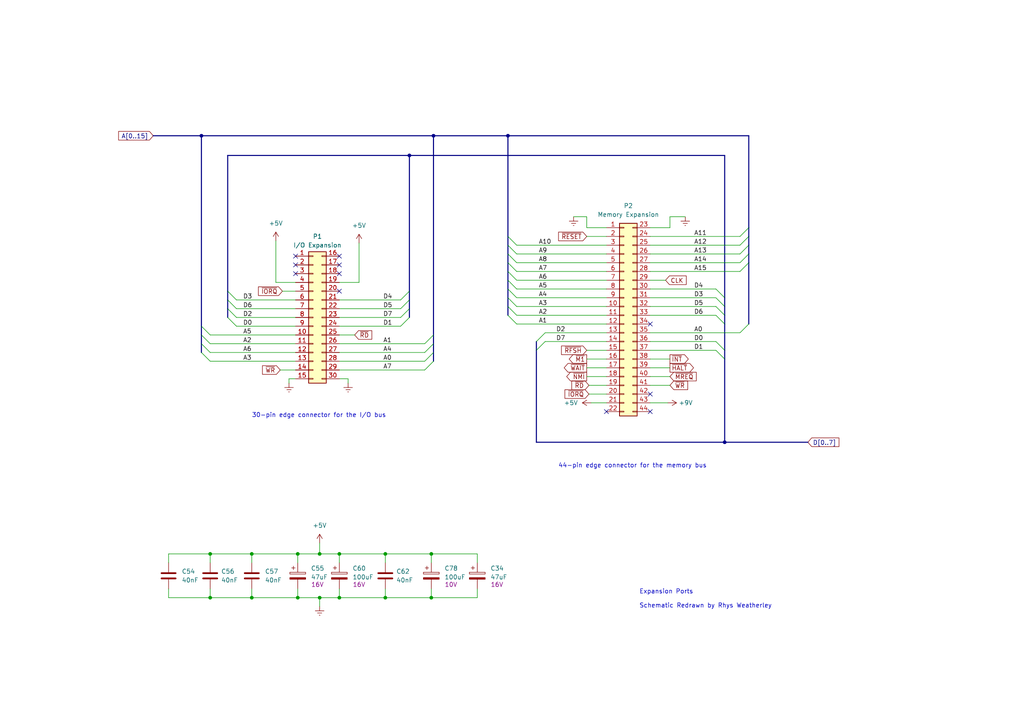
<source format=kicad_sch>
(kicad_sch (version 20230121) (generator eeschema)
  (paper "A4")
  (title_block (title "VZ300 Computer") (date "1985") (rev "1"))
  (lib_symbols
    (symbol "Connector_Generic:Conn_02x15_Top_Bottom" (pin_names (offset 1.016) hide)
      (property "Reference" "J" (at 1.27 20.32 0))
      (property "Value" "Conn_02x15_Top_Bottom" (at 1.27 -20.32 0))
      (symbol "Conn_02x15_Top_Bottom_1_1"
        (rectangle (start -1.27 -17.653) (end 0 -17.907) (stroke (width 0.1524)))
        (rectangle (start -1.27 -15.113) (end 0 -15.367) (stroke (width 0.1524)))
        (rectangle (start -1.27 -12.573) (end 0 -12.827) (stroke (width 0.1524)))
        (rectangle (start -1.27 -10.033) (end 0 -10.287) (stroke (width 0.1524)))
        (rectangle (start -1.27 -7.493) (end 0 -7.747) (stroke (width 0.1524)))
        (rectangle (start -1.27 -4.953) (end 0 -5.207) (stroke (width 0.1524)))
        (rectangle (start -1.27 -2.413) (end 0 -2.667) (stroke (width 0.1524)))
        (rectangle (start -1.27 0.127) (end 0 -0.127) (stroke (width 0.1524)))
        (rectangle (start -1.27 2.667) (end 0 2.413) (stroke (width 0.1524)))
        (rectangle (start -1.27 5.207) (end 0 4.953) (stroke (width 0.1524)))
        (rectangle (start -1.27 7.747) (end 0 7.493) (stroke (width 0.1524)))
        (rectangle (start -1.27 10.287) (end 0 10.033) (stroke (width 0.1524)))
        (rectangle (start -1.27 12.827) (end 0 12.573) (stroke (width 0.1524)))
        (rectangle (start -1.27 15.367) (end 0 15.113) (stroke (width 0.1524)))
        (rectangle (start -1.27 17.907) (end 0 17.653) (stroke (width 0.1524)))
        (rectangle (start -1.27 19.05) (end 3.81 -19.05) (stroke (width 0.254)) (fill (type background)))
        (rectangle (start 3.81 -17.653) (end 2.54 -17.907) (stroke (width 0.1524)))
        (rectangle (start 3.81 -15.113) (end 2.54 -15.367) (stroke (width 0.1524)))
        (rectangle (start 3.81 -12.573) (end 2.54 -12.827) (stroke (width 0.1524)))
        (rectangle (start 3.81 -10.033) (end 2.54 -10.287) (stroke (width 0.1524)))
        (rectangle (start 3.81 -7.493) (end 2.54 -7.747) (stroke (width 0.1524)))
        (rectangle (start 3.81 -4.953) (end 2.54 -5.207) (stroke (width 0.1524)))
        (rectangle (start 3.81 -2.413) (end 2.54 -2.667) (stroke (width 0.1524)))
        (rectangle (start 3.81 0.127) (end 2.54 -0.127) (stroke (width 0.1524)))
        (rectangle (start 3.81 2.667) (end 2.54 2.413) (stroke (width 0.1524)))
        (rectangle (start 3.81 5.207) (end 2.54 4.953) (stroke (width 0.1524)))
        (rectangle (start 3.81 7.747) (end 2.54 7.493) (stroke (width 0.1524)))
        (rectangle (start 3.81 10.287) (end 2.54 10.033) (stroke (width 0.1524)))
        (rectangle (start 3.81 12.827) (end 2.54 12.573) (stroke (width 0.1524)))
        (rectangle (start 3.81 15.367) (end 2.54 15.113) (stroke (width 0.1524)))
        (rectangle (start 3.81 17.907) (end 2.54 17.653) (stroke (width 0.1524)))
        (pin passive line (at -5.08 17.78 0) (length 3.81) (name "Pin_1") (number "1"))
        (pin passive line (at -5.08 -5.08 0) (length 3.81) (name "Pin_10") (number "10"))
        (pin passive line (at -5.08 -7.62 0) (length 3.81) (name "Pin_11") (number "11"))
        (pin passive line (at -5.08 -10.16 0) (length 3.81) (name "Pin_12") (number "12"))
        (pin passive line (at -5.08 -12.7 0) (length 3.81) (name "Pin_13") (number "13"))
        (pin passive line (at -5.08 -15.24 0) (length 3.81) (name "Pin_14") (number "14"))
        (pin passive line (at -5.08 -17.78 0) (length 3.81) (name "Pin_15") (number "15"))
        (pin passive line (at 7.62 17.78 180) (length 3.81) (name "Pin_16") (number "16"))
        (pin passive line (at 7.62 15.24 180) (length 3.81) (name "Pin_17") (number "17"))
        (pin passive line (at 7.62 12.7 180) (length 3.81) (name "Pin_18") (number "18"))
        (pin passive line (at 7.62 10.16 180) (length 3.81) (name "Pin_19") (number "19"))
        (pin passive line (at -5.08 15.24 0) (length 3.81) (name "Pin_2") (number "2"))
        (pin passive line (at 7.62 7.62 180) (length 3.81) (name "Pin_20") (number "20"))
        (pin passive line (at 7.62 5.08 180) (length 3.81) (name "Pin_21") (number "21"))
        (pin passive line (at 7.62 2.54 180) (length 3.81) (name "Pin_22") (number "22"))
        (pin passive line (at 7.62 0 180) (length 3.81) (name "Pin_23") (number "23"))
        (pin passive line (at 7.62 -2.54 180) (length 3.81) (name "Pin_24") (number "24"))
        (pin passive line (at 7.62 -5.08 180) (length 3.81) (name "Pin_25") (number "25"))
        (pin passive line (at 7.62 -7.62 180) (length 3.81) (name "Pin_26") (number "26"))
        (pin passive line (at 7.62 -10.16 180) (length 3.81) (name "Pin_27") (number "27"))
        (pin passive line (at 7.62 -12.7 180) (length 3.81) (name "Pin_28") (number "28"))
        (pin passive line (at 7.62 -15.24 180) (length 3.81) (name "Pin_29") (number "29"))
        (pin passive line (at -5.08 12.7 0) (length 3.81) (name "Pin_3") (number "3"))
        (pin passive line (at 7.62 -17.78 180) (length 3.81) (name "Pin_30") (number "30"))
        (pin passive line (at -5.08 10.16 0) (length 3.81) (name "Pin_4") (number "4"))
        (pin passive line (at -5.08 7.62 0) (length 3.81) (name "Pin_5") (number "5"))
        (pin passive line (at -5.08 5.08 0) (length 3.81) (name "Pin_6") (number "6"))
        (pin passive line (at -5.08 2.54 0) (length 3.81) (name "Pin_7") (number "7"))
        (pin passive line (at -5.08 0 0) (length 3.81) (name "Pin_8") (number "8"))
        (pin passive line (at -5.08 -2.54 0) (length 3.81) (name "Pin_9") (number "9"))
      )
    )
    (symbol "Connector_Generic:Conn_02x22_Top_Bottom" (pin_names (offset 1.016) hide)
      (property "Reference" "J" (at 1.27 27.94 0))
      (property "Value" "Conn_02x22_Top_Bottom" (at 1.27 -30.48 0))
      (symbol "Conn_02x22_Top_Bottom_1_1"
        (rectangle (start -1.27 -27.813) (end 0 -28.067) (stroke (width 0.1524)))
        (rectangle (start -1.27 -25.273) (end 0 -25.527) (stroke (width 0.1524)))
        (rectangle (start -1.27 -22.733) (end 0 -22.987) (stroke (width 0.1524)))
        (rectangle (start -1.27 -20.193) (end 0 -20.447) (stroke (width 0.1524)))
        (rectangle (start -1.27 -17.653) (end 0 -17.907) (stroke (width 0.1524)))
        (rectangle (start -1.27 -15.113) (end 0 -15.367) (stroke (width 0.1524)))
        (rectangle (start -1.27 -12.573) (end 0 -12.827) (stroke (width 0.1524)))
        (rectangle (start -1.27 -10.033) (end 0 -10.287) (stroke (width 0.1524)))
        (rectangle (start -1.27 -7.493) (end 0 -7.747) (stroke (width 0.1524)))
        (rectangle (start -1.27 -4.953) (end 0 -5.207) (stroke (width 0.1524)))
        (rectangle (start -1.27 -2.413) (end 0 -2.667) (stroke (width 0.1524)))
        (rectangle (start -1.27 0.127) (end 0 -0.127) (stroke (width 0.1524)))
        (rectangle (start -1.27 2.667) (end 0 2.413) (stroke (width 0.1524)))
        (rectangle (start -1.27 5.207) (end 0 4.953) (stroke (width 0.1524)))
        (rectangle (start -1.27 7.747) (end 0 7.493) (stroke (width 0.1524)))
        (rectangle (start -1.27 10.287) (end 0 10.033) (stroke (width 0.1524)))
        (rectangle (start -1.27 12.827) (end 0 12.573) (stroke (width 0.1524)))
        (rectangle (start -1.27 15.367) (end 0 15.113) (stroke (width 0.1524)))
        (rectangle (start -1.27 17.907) (end 0 17.653) (stroke (width 0.1524)))
        (rectangle (start -1.27 20.447) (end 0 20.193) (stroke (width 0.1524)))
        (rectangle (start -1.27 22.987) (end 0 22.733) (stroke (width 0.1524)))
        (rectangle (start -1.27 25.527) (end 0 25.273) (stroke (width 0.1524)))
        (rectangle (start -1.27 26.67) (end 3.81 -29.21) (stroke (width 0.254)) (fill (type background)))
        (rectangle (start 3.81 -27.813) (end 2.54 -28.067) (stroke (width 0.1524)))
        (rectangle (start 3.81 -25.273) (end 2.54 -25.527) (stroke (width 0.1524)))
        (rectangle (start 3.81 -22.733) (end 2.54 -22.987) (stroke (width 0.1524)))
        (rectangle (start 3.81 -20.193) (end 2.54 -20.447) (stroke (width 0.1524)))
        (rectangle (start 3.81 -17.653) (end 2.54 -17.907) (stroke (width 0.1524)))
        (rectangle (start 3.81 -15.113) (end 2.54 -15.367) (stroke (width 0.1524)))
        (rectangle (start 3.81 -12.573) (end 2.54 -12.827) (stroke (width 0.1524)))
        (rectangle (start 3.81 -10.033) (end 2.54 -10.287) (stroke (width 0.1524)))
        (rectangle (start 3.81 -7.493) (end 2.54 -7.747) (stroke (width 0.1524)))
        (rectangle (start 3.81 -4.953) (end 2.54 -5.207) (stroke (width 0.1524)))
        (rectangle (start 3.81 -2.413) (end 2.54 -2.667) (stroke (width 0.1524)))
        (rectangle (start 3.81 0.127) (end 2.54 -0.127) (stroke (width 0.1524)))
        (rectangle (start 3.81 2.667) (end 2.54 2.413) (stroke (width 0.1524)))
        (rectangle (start 3.81 5.207) (end 2.54 4.953) (stroke (width 0.1524)))
        (rectangle (start 3.81 7.747) (end 2.54 7.493) (stroke (width 0.1524)))
        (rectangle (start 3.81 10.287) (end 2.54 10.033) (stroke (width 0.1524)))
        (rectangle (start 3.81 12.827) (end 2.54 12.573) (stroke (width 0.1524)))
        (rectangle (start 3.81 15.367) (end 2.54 15.113) (stroke (width 0.1524)))
        (rectangle (start 3.81 17.907) (end 2.54 17.653) (stroke (width 0.1524)))
        (rectangle (start 3.81 20.447) (end 2.54 20.193) (stroke (width 0.1524)))
        (rectangle (start 3.81 22.987) (end 2.54 22.733) (stroke (width 0.1524)))
        (rectangle (start 3.81 25.527) (end 2.54 25.273) (stroke (width 0.1524)))
        (pin passive line (at -5.08 25.4 0) (length 3.81) (name "Pin_1") (number "1"))
        (pin passive line (at -5.08 2.54 0) (length 3.81) (name "Pin_10") (number "10"))
        (pin passive line (at -5.08 0 0) (length 3.81) (name "Pin_11") (number "11"))
        (pin passive line (at -5.08 -2.54 0) (length 3.81) (name "Pin_12") (number "12"))
        (pin passive line (at -5.08 -5.08 0) (length 3.81) (name "Pin_13") (number "13"))
        (pin passive line (at -5.08 -7.62 0) (length 3.81) (name "Pin_14") (number "14"))
        (pin passive line (at -5.08 -10.16 0) (length 3.81) (name "Pin_15") (number "15"))
        (pin passive line (at -5.08 -12.7 0) (length 3.81) (name "Pin_16") (number "16"))
        (pin passive line (at -5.08 -15.24 0) (length 3.81) (name "Pin_17") (number "17"))
        (pin passive line (at -5.08 -17.78 0) (length 3.81) (name "Pin_18") (number "18"))
        (pin passive line (at -5.08 -20.32 0) (length 3.81) (name "Pin_19") (number "19"))
        (pin passive line (at -5.08 22.86 0) (length 3.81) (name "Pin_2") (number "2"))
        (pin passive line (at -5.08 -22.86 0) (length 3.81) (name "Pin_20") (number "20"))
        (pin passive line (at -5.08 -25.4 0) (length 3.81) (name "Pin_21") (number "21"))
        (pin passive line (at -5.08 -27.94 0) (length 3.81) (name "Pin_22") (number "22"))
        (pin passive line (at 7.62 25.4 180) (length 3.81) (name "Pin_23") (number "23"))
        (pin passive line (at 7.62 22.86 180) (length 3.81) (name "Pin_24") (number "24"))
        (pin passive line (at 7.62 20.32 180) (length 3.81) (name "Pin_25") (number "25"))
        (pin passive line (at 7.62 17.78 180) (length 3.81) (name "Pin_26") (number "26"))
        (pin passive line (at 7.62 15.24 180) (length 3.81) (name "Pin_27") (number "27"))
        (pin passive line (at 7.62 12.7 180) (length 3.81) (name "Pin_28") (number "28"))
        (pin passive line (at 7.62 10.16 180) (length 3.81) (name "Pin_29") (number "29"))
        (pin passive line (at -5.08 20.32 0) (length 3.81) (name "Pin_3") (number "3"))
        (pin passive line (at 7.62 7.62 180) (length 3.81) (name "Pin_30") (number "30"))
        (pin passive line (at 7.62 5.08 180) (length 3.81) (name "Pin_31") (number "31"))
        (pin passive line (at 7.62 2.54 180) (length 3.81) (name "Pin_32") (number "32"))
        (pin passive line (at 7.62 0 180) (length 3.81) (name "Pin_33") (number "33"))
        (pin passive line (at 7.62 -2.54 180) (length 3.81) (name "Pin_34") (number "34"))
        (pin passive line (at 7.62 -5.08 180) (length 3.81) (name "Pin_35") (number "35"))
        (pin passive line (at 7.62 -7.62 180) (length 3.81) (name "Pin_36") (number "36"))
        (pin passive line (at 7.62 -10.16 180) (length 3.81) (name "Pin_37") (number "37"))
        (pin passive line (at 7.62 -12.7 180) (length 3.81) (name "Pin_38") (number "38"))
        (pin passive line (at 7.62 -15.24 180) (length 3.81) (name "Pin_39") (number "39"))
        (pin passive line (at -5.08 17.78 0) (length 3.81) (name "Pin_4") (number "4"))
        (pin passive line (at 7.62 -17.78 180) (length 3.81) (name "Pin_40") (number "40"))
        (pin passive line (at 7.62 -20.32 180) (length 3.81) (name "Pin_41") (number "41"))
        (pin passive line (at 7.62 -22.86 180) (length 3.81) (name "Pin_42") (number "42"))
        (pin passive line (at 7.62 -25.4 180) (length 3.81) (name "Pin_43") (number "43"))
        (pin passive line (at 7.62 -27.94 180) (length 3.81) (name "Pin_44") (number "44"))
        (pin passive line (at -5.08 15.24 0) (length 3.81) (name "Pin_5") (number "5"))
        (pin passive line (at -5.08 12.7 0) (length 3.81) (name "Pin_6") (number "6"))
        (pin passive line (at -5.08 10.16 0) (length 3.81) (name "Pin_7") (number "7"))
        (pin passive line (at -5.08 7.62 0) (length 3.81) (name "Pin_8") (number "8"))
        (pin passive line (at -5.08 5.08 0) (length 3.81) (name "Pin_9") (number "9"))
      )
    )
    (symbol "Device:C" (pin_numbers hide) (pin_names (offset 0.254))
      (property "Reference" "C" (at 0.635 2.54 0))
      (property "Value" "C" (at 0.635 -2.54 0))
      (symbol "C_0_1"
        (polyline (pts (xy -2.032 -0.762) (xy 2.032 -0.762)) (stroke (width 0.508)))
        (polyline (pts (xy -2.032 0.762) (xy 2.032 0.762)) (stroke (width 0.508)))
      )
      (symbol "C_1_1"
        (pin passive line (at 0 3.81 270) (length 2.794) (name "~") (number "1"))
        (pin passive line (at 0 -3.81 90) (length 2.794) (name "~") (number "2"))
      )
    )
    (symbol "Device:C_Polarized" (pin_numbers hide) (pin_names (offset 0.254))
      (property "Reference" "C" (at 0.635 2.54 0))
      (property "Value" "C_Polarized" (at 0.635 -2.54 0))
      (symbol "C_Polarized_0_1"
        (rectangle (start -2.286 0.508) (end 2.286 1.016))
        (polyline (pts (xy -1.778 2.286) (xy -0.762 2.286)))
        (polyline (pts (xy -1.27 2.794) (xy -1.27 1.778)))
        (rectangle (start 2.286 -0.508) (end -2.286 -1.016) (fill (type outline)))
      )
      (symbol "C_Polarized_1_1"
        (pin passive line (at 0 3.81 270) (length 2.794) (name "~") (number "1"))
        (pin passive line (at 0 -3.81 90) (length 2.794) (name "~") (number "2"))
      )
    )
    (symbol "power:+5V" (power) (pin_names (offset 0))
      (property "Value" "+5V" (at 0 3.556 0))
      (symbol "+5V_0_1"
        (polyline (pts (xy -0.762 1.27) (xy 0 2.54)))
        (polyline (pts (xy 0 0) (xy 0 2.54)))
        (polyline (pts (xy 0 2.54) (xy 0.762 1.27)))
      )
      (symbol "+5V_1_1"
        (pin power_in line (at 0 0 90) (length 0) hide (name "+5V") (number "1"))
      )
    )
    (symbol "power:+9V" (power) (pin_names (offset 0))
      (property "Value" "+9V" (at 0 3.556 0))
      (symbol "+9V_0_1"
        (polyline (pts (xy -0.762 1.27) (xy 0 2.54)))
        (polyline (pts (xy 0 0) (xy 0 2.54)))
        (polyline (pts (xy 0 2.54) (xy 0.762 1.27)))
      )
      (symbol "+9V_1_1"
        (pin power_in line (at 0 0 90) (length 0) hide (name "+9V") (number "1"))
      )
    )
    (symbol "power:Earth" (power) (pin_names (offset 0))
      (symbol "Earth_0_1"
        (polyline (pts (xy -0.635 -1.905) (xy 0.635 -1.905)))
        (polyline (pts (xy -0.127 -2.54) (xy 0.127 -2.54)))
        (polyline (pts (xy 0 -1.27) (xy 0 0)))
        (polyline (pts (xy 1.27 -1.27) (xy -1.27 -1.27)))
      )
      (symbol "Earth_1_1"
        (pin power_in line (at 0 0 270) (length 0) hide (name "Earth") (number "1"))
      )
    )
  )
  (junction (at 125.095 160.655))
  (junction (at 58.42 39.37))
  (junction (at 111.76 173.355))
  (junction (at 98.425 160.655))
  (junction (at 125.73 39.37))
  (junction (at 111.76 160.655))
  (junction (at 73.025 160.655))
  (junction (at 210.185 128.27))
  (junction (at 86.36 173.355))
  (junction (at 125.095 173.355))
  (junction (at 60.96 160.655))
  (junction (at 92.71 173.355))
  (junction (at 73.025 173.355))
  (junction (at 98.425 173.355))
  (junction (at 86.36 160.655))
  (junction (at 92.71 160.655))
  (junction (at 147.32 39.37))
  (junction (at 118.745 45.085))
  (junction (at 60.96 173.355))
  (no_connect (at 85.725 74.295))
  (no_connect (at 85.725 76.835))
  (no_connect (at 188.595 93.98))
  (no_connect (at 85.725 79.375))
  (no_connect (at 98.425 76.835))
  (no_connect (at 188.595 114.3))
  (no_connect (at 175.895 119.38))
  (no_connect (at 98.425 84.455))
  (no_connect (at 98.425 74.295))
  (no_connect (at 188.595 119.38))
  (no_connect (at 98.425 79.375))
  (bus_entry (at 214.63 76.2) (size 2.54 -2.54))
  (bus_entry (at 58.42 99.695) (size 2.54 2.54))
  (bus_entry (at 149.86 81.28) (size -2.54 -2.54))
  (bus_entry (at 214.63 68.58) (size 2.54 -2.54))
  (bus_entry (at 116.205 94.615) (size 2.54 -2.54))
  (bus_entry (at 149.86 93.98) (size -2.54 -2.54))
  (bus_entry (at 149.86 91.44) (size -2.54 -2.54))
  (bus_entry (at 58.42 102.235) (size 2.54 2.54))
  (bus_entry (at 123.19 107.315) (size 2.54 -2.54))
  (bus_entry (at 207.645 101.6) (size 2.54 2.54))
  (bus_entry (at 155.575 99.06) (size 2.54 -2.54))
  (bus_entry (at 214.63 78.74) (size 2.54 -2.54))
  (bus_entry (at 155.575 101.6) (size 2.54 -2.54))
  (bus_entry (at 149.86 88.9) (size -2.54 -2.54))
  (bus_entry (at 149.86 86.36) (size -2.54 -2.54))
  (bus_entry (at 123.19 102.235) (size 2.54 -2.54))
  (bus_entry (at 214.63 73.66) (size 2.54 -2.54))
  (bus_entry (at 214.63 96.52) (size 2.54 -2.54))
  (bus_entry (at 66.04 86.995) (size 2.54 2.54))
  (bus_entry (at 66.04 92.075) (size 2.54 2.54))
  (bus_entry (at 149.86 76.2) (size -2.54 -2.54))
  (bus_entry (at 66.04 89.535) (size 2.54 2.54))
  (bus_entry (at 207.645 91.44) (size 2.54 2.54))
  (bus_entry (at 58.42 97.155) (size 2.54 2.54))
  (bus_entry (at 58.42 94.615) (size 2.54 2.54))
  (bus_entry (at 123.19 104.775) (size 2.54 -2.54))
  (bus_entry (at 149.86 71.12) (size -2.54 -2.54))
  (bus_entry (at 149.86 73.66) (size -2.54 -2.54))
  (bus_entry (at 207.645 99.06) (size 2.54 2.54))
  (bus_entry (at 66.04 84.455) (size 2.54 2.54))
  (bus_entry (at 116.205 86.995) (size 2.54 -2.54))
  (bus_entry (at 116.205 89.535) (size 2.54 -2.54))
  (bus_entry (at 149.86 83.82) (size -2.54 -2.54))
  (bus_entry (at 207.645 88.9) (size 2.54 2.54))
  (bus_entry (at 207.645 83.82) (size 2.54 2.54))
  (bus_entry (at 116.205 92.075) (size 2.54 -2.54))
  (bus_entry (at 207.645 86.36) (size 2.54 2.54))
  (bus_entry (at 123.19 99.695) (size 2.54 -2.54))
  (bus_entry (at 214.63 71.12) (size 2.54 -2.54))
  (bus_entry (at 149.86 78.74) (size -2.54 -2.54))
  (bus (pts (xy 125.73 97.155) (xy 125.73 99.695)))
  (wire (pts (xy 48.895 160.655) (xy 60.96 160.655)))
  (wire (pts (xy 188.595 99.06) (xy 207.645 99.06)))
  (wire (pts (xy 81.28 107.315) (xy 85.725 107.315)))
  (bus (pts (xy 210.185 128.27) (xy 234.315 128.27)))
  (wire (pts (xy 92.71 157.48) (xy 92.71 160.655)))
  (wire (pts (xy 98.425 97.155) (xy 102.87 97.155)))
  (bus (pts (xy 210.185 91.44) (xy 210.185 93.98)))
  (bus (pts (xy 147.32 39.37) (xy 217.17 39.37)))
  (bus (pts (xy 217.17 66.04) (xy 217.17 68.58)))
  (bus (pts (xy 44.45 39.37) (xy 58.42 39.37)))
  (bus (pts (xy 147.32 81.28) (xy 147.32 83.82)))
  (wire (pts (xy 68.58 86.995) (xy 85.725 86.995)))
  (wire (pts (xy 73.025 173.355) (xy 60.96 173.355)))
  (bus (pts (xy 147.32 83.82) (xy 147.32 86.36)))
  (wire (pts (xy 85.725 109.855) (xy 83.82 109.855)))
  (wire (pts (xy 73.025 160.655) (xy 86.36 160.655)))
  (bus (pts (xy 210.185 45.085) (xy 210.185 86.36)))
  (bus (pts (xy 66.04 89.535) (xy 66.04 92.075)))
  (wire (pts (xy 194.31 66.04) (xy 194.31 62.865)))
  (wire (pts (xy 98.425 81.915) (xy 104.14 81.915)))
  (wire (pts (xy 60.96 97.155) (xy 85.725 97.155)))
  (wire (pts (xy 111.76 160.655) (xy 125.095 160.655)))
  (wire (pts (xy 98.425 99.695) (xy 123.19 99.695)))
  (wire (pts (xy 92.71 160.655) (xy 98.425 160.655)))
  (wire (pts (xy 188.595 111.76) (xy 194.31 111.76)))
  (bus (pts (xy 58.42 99.695) (xy 58.42 102.235)))
  (wire (pts (xy 149.86 73.66) (xy 175.895 73.66)))
  (wire (pts (xy 188.595 83.82) (xy 207.645 83.82)))
  (wire (pts (xy 60.96 160.655) (xy 73.025 160.655)))
  (wire (pts (xy 98.425 160.655) (xy 111.76 160.655)))
  (wire (pts (xy 48.895 163.195) (xy 48.895 160.655)))
  (wire (pts (xy 188.595 104.14) (xy 194.31 104.14)))
  (bus (pts (xy 125.73 39.37) (xy 147.32 39.37)))
  (wire (pts (xy 92.71 173.355) (xy 92.71 175.895)))
  (wire (pts (xy 170.18 68.58) (xy 175.895 68.58)))
  (wire (pts (xy 149.86 86.36) (xy 175.895 86.36)))
  (wire (pts (xy 98.425 109.855) (xy 100.965 109.855)))
  (wire (pts (xy 98.425 173.355) (xy 92.71 173.355)))
  (bus (pts (xy 125.73 99.695) (xy 125.73 102.235)))
  (wire (pts (xy 188.595 109.22) (xy 194.31 109.22)))
  (wire (pts (xy 170.18 109.22) (xy 175.895 109.22)))
  (bus (pts (xy 66.04 86.995) (xy 66.04 89.535)))
  (bus (pts (xy 155.575 101.6) (xy 155.575 99.06)))
  (wire (pts (xy 60.96 99.695) (xy 85.725 99.695)))
  (wire (pts (xy 111.76 170.815) (xy 111.76 173.355)))
  (wire (pts (xy 86.36 160.655) (xy 86.36 163.195)))
  (wire (pts (xy 86.36 170.815) (xy 86.36 173.355)))
  (wire (pts (xy 188.595 71.12) (xy 214.63 71.12)))
  (wire (pts (xy 111.76 173.355) (xy 98.425 173.355)))
  (wire (pts (xy 73.025 170.815) (xy 73.025 173.355)))
  (wire (pts (xy 48.895 173.355) (xy 48.895 170.815)))
  (wire (pts (xy 149.86 81.28) (xy 175.895 81.28)))
  (wire (pts (xy 149.86 93.98) (xy 175.895 93.98)))
  (wire (pts (xy 166.37 62.865) (xy 170.18 62.865)))
  (wire (pts (xy 68.58 94.615) (xy 85.725 94.615)))
  (wire (pts (xy 158.115 99.06) (xy 175.895 99.06)))
  (wire (pts (xy 98.425 102.235) (xy 123.19 102.235)))
  (wire (pts (xy 98.425 170.815) (xy 98.425 173.355)))
  (bus (pts (xy 217.17 73.66) (xy 217.17 76.2)))
  (bus (pts (xy 147.32 68.58) (xy 147.32 71.12)))
  (bus (pts (xy 210.185 104.14) (xy 210.185 128.27)))
  (wire (pts (xy 138.43 173.355) (xy 125.095 173.355)))
  (bus (pts (xy 58.42 97.155) (xy 58.42 99.695)))
  (bus (pts (xy 210.185 93.98) (xy 210.185 101.6)))
  (wire (pts (xy 188.595 68.58) (xy 214.63 68.58)))
  (wire (pts (xy 158.115 96.52) (xy 175.895 96.52)))
  (bus (pts (xy 210.185 88.9) (xy 210.185 91.44)))
  (bus (pts (xy 125.73 39.37) (xy 125.73 97.155)))
  (wire (pts (xy 188.595 66.04) (xy 194.31 66.04)))
  (wire (pts (xy 104.14 81.915) (xy 104.14 70.485)))
  (wire (pts (xy 81.915 84.455) (xy 85.725 84.455)))
  (bus (pts (xy 66.04 84.455) (xy 66.04 86.995)))
  (wire (pts (xy 86.36 173.355) (xy 73.025 173.355)))
  (wire (pts (xy 188.595 106.68) (xy 194.31 106.68)))
  (wire (pts (xy 188.595 73.66) (xy 214.63 73.66)))
  (wire (pts (xy 170.18 101.6) (xy 175.895 101.6)))
  (wire (pts (xy 149.86 88.9) (xy 175.895 88.9)))
  (wire (pts (xy 83.82 109.855) (xy 83.82 111.125)))
  (wire (pts (xy 100.965 109.855) (xy 100.965 111.125)))
  (bus (pts (xy 210.185 86.36) (xy 210.185 88.9)))
  (bus (pts (xy 147.32 76.2) (xy 147.32 78.74)))
  (bus (pts (xy 118.745 45.085) (xy 66.04 45.085)))
  (wire (pts (xy 98.425 89.535) (xy 116.205 89.535)))
  (wire (pts (xy 86.36 160.655) (xy 92.71 160.655)))
  (wire (pts (xy 188.595 78.74) (xy 214.63 78.74)))
  (wire (pts (xy 68.58 89.535) (xy 85.725 89.535)))
  (wire (pts (xy 149.86 83.82) (xy 175.895 83.82)))
  (wire (pts (xy 98.425 92.075) (xy 116.205 92.075)))
  (wire (pts (xy 188.595 76.2) (xy 214.63 76.2)))
  (bus (pts (xy 118.745 84.455) (xy 118.745 86.995)))
  (wire (pts (xy 125.095 160.655) (xy 125.095 163.195)))
  (bus (pts (xy 147.32 86.36) (xy 147.32 88.9)))
  (bus (pts (xy 147.32 88.9) (xy 147.32 91.44)))
  (wire (pts (xy 171.45 116.84) (xy 175.895 116.84)))
  (bus (pts (xy 66.04 45.085) (xy 66.04 84.455)))
  (wire (pts (xy 188.595 88.9) (xy 207.645 88.9)))
  (bus (pts (xy 118.745 86.995) (xy 118.745 89.535)))
  (wire (pts (xy 125.095 173.355) (xy 111.76 173.355)))
  (wire (pts (xy 149.86 78.74) (xy 175.895 78.74)))
  (wire (pts (xy 138.43 170.815) (xy 138.43 173.355)))
  (wire (pts (xy 80.01 81.915) (xy 80.01 69.85)))
  (wire (pts (xy 170.18 106.68) (xy 175.895 106.68)))
  (wire (pts (xy 170.815 114.3) (xy 175.895 114.3)))
  (wire (pts (xy 188.595 81.28) (xy 193.04 81.28)))
  (bus (pts (xy 217.17 71.12) (xy 217.17 73.66)))
  (bus (pts (xy 210.185 101.6) (xy 210.185 104.14)))
  (wire (pts (xy 188.595 101.6) (xy 207.645 101.6)))
  (wire (pts (xy 188.595 116.84) (xy 193.675 116.84)))
  (wire (pts (xy 85.725 81.915) (xy 80.01 81.915)))
  (wire (pts (xy 98.425 94.615) (xy 116.205 94.615)))
  (wire (pts (xy 170.815 111.76) (xy 175.895 111.76)))
  (wire (pts (xy 68.58 92.075) (xy 85.725 92.075)))
  (wire (pts (xy 138.43 163.195) (xy 138.43 160.655)))
  (wire (pts (xy 60.96 160.655) (xy 60.96 163.195)))
  (wire (pts (xy 188.595 91.44) (xy 207.645 91.44)))
  (wire (pts (xy 60.96 104.775) (xy 85.725 104.775)))
  (wire (pts (xy 149.86 76.2) (xy 175.895 76.2)))
  (wire (pts (xy 194.31 62.865) (xy 198.755 62.865)))
  (wire (pts (xy 98.425 86.995) (xy 116.205 86.995)))
  (wire (pts (xy 98.425 160.655) (xy 98.425 163.195)))
  (wire (pts (xy 73.025 160.655) (xy 73.025 163.195)))
  (wire (pts (xy 98.425 107.315) (xy 123.19 107.315)))
  (wire (pts (xy 60.96 170.815) (xy 60.96 173.355)))
  (bus (pts (xy 58.42 39.37) (xy 125.73 39.37)))
  (wire (pts (xy 111.76 160.655) (xy 111.76 163.195)))
  (bus (pts (xy 155.575 128.27) (xy 155.575 101.6)))
  (wire (pts (xy 98.425 104.775) (xy 123.19 104.775)))
  (bus (pts (xy 147.32 78.74) (xy 147.32 81.28)))
  (bus (pts (xy 58.42 94.615) (xy 58.42 97.155)))
  (bus (pts (xy 210.185 128.27) (xy 155.575 128.27)))
  (wire (pts (xy 60.96 102.235) (xy 85.725 102.235)))
  (bus (pts (xy 118.745 89.535) (xy 118.745 92.075)))
  (wire (pts (xy 188.595 86.36) (xy 207.645 86.36)))
  (bus (pts (xy 118.745 45.085) (xy 118.745 84.455)))
  (bus (pts (xy 58.42 39.37) (xy 58.42 94.615)))
  (bus (pts (xy 217.17 76.2) (xy 217.17 93.98)))
  (bus (pts (xy 217.17 68.58) (xy 217.17 71.12)))
  (wire (pts (xy 175.895 66.04) (xy 170.18 66.04)))
  (wire (pts (xy 60.96 173.355) (xy 48.895 173.355)))
  (wire (pts (xy 125.095 170.815) (xy 125.095 173.355)))
  (bus (pts (xy 147.32 71.12) (xy 147.32 73.66)))
  (bus (pts (xy 147.32 73.66) (xy 147.32 76.2)))
  (wire (pts (xy 138.43 160.655) (xy 125.095 160.655)))
  (bus (pts (xy 147.32 39.37) (xy 147.32 68.58)))
  (bus (pts (xy 125.73 102.235) (xy 125.73 104.775)))
  (wire (pts (xy 170.18 66.04) (xy 170.18 62.865)))
  (bus (pts (xy 118.745 45.085) (xy 210.185 45.085)))
  (wire (pts (xy 188.595 96.52) (xy 214.63 96.52)))
  (wire (pts (xy 149.86 91.44) (xy 175.895 91.44)))
  (wire (pts (xy 92.71 173.355) (xy 86.36 173.355)))
  (wire (pts (xy 149.86 71.12) (xy 175.895 71.12)))
  (wire (pts (xy 170.18 104.14) (xy 175.895 104.14)))
  (bus (pts (xy 217.17 39.37) (xy 217.17 66.04)))
  (text "Expansion Ports\n\nSchematic Redrawn by Rhys Weatherley" (at 185.42 176.53 0) (effects (font (size 1.27 1.27)) (justify left bottom)))
  (text "44-pin edge connector for the memory bus" (at 161.925 135.89 0) (effects (font (size 1.27 1.27)) (justify left bottom)))
  (text "30-pin edge connector for the I/O bus" (at 73.025 121.285 0) (effects (font (size 1.27 1.27)) (justify left bottom)))
  (label "D6" (at 70.485 89.535 0))
  (label "D5" (at 201.295 88.9 0))
  (label "A1" (at 156.21 93.98 0))
  (label "A0" (at 111.125 104.775 0))
  (label "A5" (at 70.485 97.155 0))
  (label "D3" (at 201.295 86.36 0))
  (label "A0" (at 201.295 96.52 0))
  (label "A6" (at 70.485 102.235 0))
  (label "A7" (at 156.21 78.74 0))
  (label "D0" (at 70.485 94.615 0))
  (label "D0" (at 201.295 99.06 0))
  (label "A9" (at 156.21 73.66 0))
  (label "D1" (at 201.295 101.6 0))
  (label "A6" (at 156.21 81.28 0))
  (label "A13" (at 201.295 73.66 0))
  (label "D3" (at 70.485 86.995 0))
  (label "D7" (at 111.125 92.075 0))
  (label "D4" (at 111.125 86.995 0))
  (label "D5" (at 111.125 89.535 0))
  (label "A3" (at 70.485 104.775 0))
  (label "A1" (at 111.125 99.695 0))
  (label "A4" (at 111.125 102.235 0))
  (label "A14" (at 201.295 76.2 0))
  (label "A3" (at 156.21 88.9 0))
  (label "D7" (at 161.29 99.06 0))
  (label "A15" (at 201.295 78.74 0))
  (label "A4" (at 156.21 86.36 0))
  (label "D2" (at 70.485 92.075 0))
  (label "A5" (at 156.21 83.82 0))
  (label "D4" (at 201.295 83.82 0))
  (label "A11" (at 201.295 68.58 0))
  (label "D6" (at 201.295 91.44 0))
  (label "A10" (at 156.21 71.12 0))
  (label "A8" (at 156.21 76.2 0))
  (label "A2" (at 156.21 91.44 0))
  (label "A12" (at 201.295 71.12 0))
  (label "A7" (at 111.125 107.315 0))
  (label "D2" (at 161.29 96.52 0))
  (label "A2" (at 70.485 99.695 0))
  (label "D1" (at 111.125 94.615 0))
  (global_label "~{MREQ}" (shape input) (at 194.31 109.22 0) (property "Intersheetrefs" "${INTERSHEET_REFS}" (effects hide)))
  (global_label "~{RFSH}" (shape input) (at 170.18 101.6 180) (property "Intersheetrefs" "${INTERSHEET_REFS}" (effects hide)))
  (global_label "~{WAIT}" (shape output) (at 170.18 106.68 180) (property "Intersheetrefs" "${INTERSHEET_REFS}" (effects hide)))
  (global_label "~{RD}" (shape input) (at 102.87 97.155 0) (property "Intersheetrefs" "${INTERSHEET_REFS}" (effects hide)))
  (global_label "~{M1}" (shape output) (at 170.18 104.14 180) (property "Intersheetrefs" "${INTERSHEET_REFS}" (effects hide)))
  (global_label "~{RESET}" (shape input) (at 170.18 68.58 180) (property "Intersheetrefs" "${INTERSHEET_REFS}" (effects hide)))
  (global_label "~{HALT}" (shape output) (at 194.31 106.68 0) (property "Intersheetrefs" "${INTERSHEET_REFS}" (effects hide)))
  (global_label "~{NMI}" (shape output) (at 170.18 109.22 180) (property "Intersheetrefs" "${INTERSHEET_REFS}" (effects hide)))
  (global_label "~{WR}" (shape input) (at 81.28 107.315 180) (property "Intersheetrefs" "${INTERSHEET_REFS}" (effects hide)))
  (global_label "D[0..7]" (shape input) (at 234.315 128.27 0) (property "Intersheetrefs" "${INTERSHEET_REFS}" (effects hide)))
  (global_label "~{IORQ}" (shape input) (at 170.815 114.3 180) (property "Intersheetrefs" "${INTERSHEET_REFS}" (effects hide)))
  (global_label "~{WR}" (shape input) (at 194.31 111.76 0) (property "Intersheetrefs" "${INTERSHEET_REFS}" (effects hide)))
  (global_label "~{RD}" (shape input) (at 170.815 111.76 180) (property "Intersheetrefs" "${INTERSHEET_REFS}" (effects hide)))
  (global_label "~{IORQ}" (shape input) (at 81.915 84.455 180) (property "Intersheetrefs" "${INTERSHEET_REFS}" (effects hide)))
  (global_label "~{INT}" (shape output) (at 194.31 104.14 0) (property "Intersheetrefs" "${INTERSHEET_REFS}" (effects hide)))
  (global_label "A[0..15]" (shape input) (at 44.45 39.37 180) (property "Intersheetrefs" "${INTERSHEET_REFS}" (effects hide)))
  (global_label "CLK" (shape input) (at 193.04 81.28 0) (property "Intersheetrefs" "${INTERSHEET_REFS}" (effects hide)))
  (symbol (lib_id "power:Earth") (at 100.965 111.125 0) (unit 1)
    (property "Reference" "#PWR055" (effects hide))
    (property "Value" "Earth" (effects hide))
  )
  (symbol (lib_id "power:+9V") (at 193.675 116.84 270) (unit 1)
    (property "Reference" "#PWR061" (effects hide))
    (property "Value" "+9V" (at 196.85 116.84 90) (effects (justify left)))
  )
  (symbol (lib_id "Connector_Generic:Conn_02x15_Top_Bottom") (at 90.805 92.075 0) (unit 1)
    (property "Reference" "P1" (at 92.075 68.58 0))
    (property "Value" "I/O Expansion" (at 92.075 71.12 0))
  )
  (symbol (lib_id "Device:C") (at 60.96 167.005 0) (unit 1)
    (property "Reference" "C56" (at 64.135 165.735 0) (effects (justify left)))
    (property "Value" "40nF" (at 64.135 168.275 0) (effects (justify left)))
  )
  (symbol (lib_id "Device:C_Polarized") (at 138.43 167.005 0) (unit 1)
    (property "Reference" "C34" (at 142.24 164.846 0) (effects (justify left)))
    (property "Value" "47uF" (at 142.24 167.386 0) (effects (justify left)))
    (property "Rating" "16V" (at 144.145 169.545 0))
  )
  (symbol (lib_id "power:+5V") (at 80.01 69.85 0) (unit 1)
    (property "Reference" "#PWR056" (effects hide))
    (property "Value" "+5V" (at 80.01 64.77 0))
  )
  (symbol (lib_id "Device:C") (at 73.025 167.005 0) (unit 1)
    (property "Reference" "C57" (at 76.835 165.735 0) (effects (justify left)))
    (property "Value" "40nF" (at 76.835 168.275 0) (effects (justify left)))
  )
  (symbol (lib_id "power:Earth") (at 198.755 62.865 0) (unit 1)
    (property "Reference" "#PWR060" (effects hide))
    (property "Value" "Earth" (effects hide))
  )
  (symbol (lib_id "power:Earth") (at 83.82 111.125 0) (unit 1)
    (property "Reference" "#PWR054" (effects hide))
    (property "Value" "Earth" (effects hide))
  )
  (symbol (lib_id "Device:C") (at 111.76 167.005 0) (unit 1)
    (property "Reference" "C62" (at 114.935 165.735 0) (effects (justify left)))
    (property "Value" "40nF" (at 114.935 168.275 0) (effects (justify left)))
  )
  (symbol (lib_id "Device:C") (at 48.895 167.005 0) (unit 1)
    (property "Reference" "C54" (at 52.705 165.735 0) (effects (justify left)))
    (property "Value" "40nF" (at 52.705 168.275 0) (effects (justify left)))
  )
  (symbol (lib_id "Connector_Generic:Conn_02x22_Top_Bottom") (at 180.975 91.44 0) (unit 1)
    (property "Reference" "P2" (at 182.245 59.69 0))
    (property "Value" "Memory Expansion" (at 182.245 62.23 0))
  )
  (symbol (lib_id "power:+5V") (at 104.14 70.485 0) (unit 1)
    (property "Reference" "#PWR057" (effects hide))
    (property "Value" "+5V" (at 104.14 65.405 0))
  )
  (symbol (lib_id "power:Earth") (at 92.71 175.895 0) (unit 1)
    (property "Reference" "#PWR0179" (effects hide))
    (property "Value" "Earth" (effects hide))
  )
  (symbol (lib_id "power:+5V") (at 92.71 157.48 0) (unit 1)
    (property "Reference" "#PWR0178" (effects hide))
    (property "Value" "+5V" (at 92.71 152.4 0))
  )
  (symbol (lib_id "power:+5V") (at 171.45 116.84 90) (unit 1)
    (property "Reference" "#PWR058" (effects hide))
    (property "Value" "+5V" (at 167.64 116.84 90) (effects (justify left)))
  )
  (symbol (lib_id "Device:C_Polarized") (at 98.425 167.005 0) (unit 1)
    (property "Reference" "C60" (at 102.235 164.846 0) (effects (justify left)))
    (property "Value" "100uF" (at 102.235 167.386 0) (effects (justify left)))
    (property "Rating" "16V" (at 104.14 169.545 0))
  )
  (symbol (lib_id "Device:C_Polarized") (at 125.095 167.005 0) (unit 1)
    (property "Reference" "C78" (at 128.905 164.846 0) (effects (justify left)))
    (property "Value" "100uF" (at 128.905 167.386 0) (effects (justify left)))
    (property "Rating" "10V" (at 130.81 169.545 0))
  )
  (symbol (lib_id "Device:C_Polarized") (at 86.36 167.005 0) (unit 1)
    (property "Reference" "C55" (at 90.17 164.846 0) (effects (justify left)))
    (property "Value" "47uF" (at 90.17 167.386 0) (effects (justify left)))
    (property "Rating" "16V" (at 92.075 169.545 0))
  )
  (symbol (lib_id "power:Earth") (at 166.37 62.865 0) (unit 1)
    (property "Reference" "#PWR059" (effects hide))
    (property "Value" "Earth" (effects hide))
  )
)
</source>
